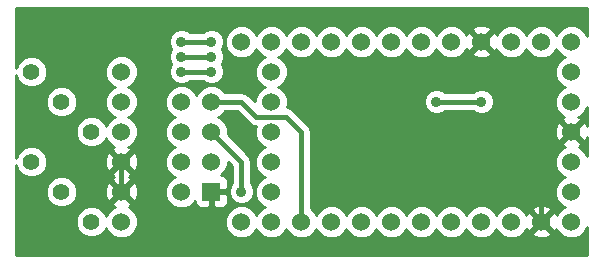
<source format=gbl>
G04 (created by PCBNEW (2013-jul-07)-stable) date wo 20 nov 2013 00:02:11 CET*
%MOIN*%
G04 Gerber Fmt 3.4, Leading zero omitted, Abs format*
%FSLAX34Y34*%
G01*
G70*
G90*
G04 APERTURE LIST*
%ADD10C,0.00393701*%
%ADD11C,0.055*%
%ADD12R,0.06X0.06*%
%ADD13C,0.06*%
%ADD14C,0.035*%
%ADD15C,0.015*%
%ADD16C,0.01*%
G04 APERTURE END LIST*
G54D10*
G54D11*
X9850Y-20450D03*
X9850Y-23450D03*
X10850Y-21450D03*
X10850Y-24450D03*
X11850Y-22450D03*
X11850Y-25450D03*
G54D12*
X15850Y-24450D03*
G54D13*
X14850Y-24450D03*
X15850Y-23450D03*
X14850Y-23450D03*
X15850Y-22450D03*
X14850Y-22450D03*
X15850Y-21450D03*
X14850Y-21450D03*
X12850Y-20450D03*
X12850Y-21450D03*
X12850Y-22450D03*
X12850Y-23450D03*
X12850Y-24450D03*
X12850Y-25450D03*
X17850Y-24450D03*
X17850Y-23450D03*
X17850Y-22450D03*
X17850Y-21450D03*
X17850Y-20450D03*
X27850Y-24450D03*
X27850Y-23450D03*
X27850Y-22450D03*
X27850Y-21450D03*
X27850Y-20450D03*
X16850Y-19450D03*
X17850Y-19450D03*
X18850Y-19450D03*
X19850Y-19450D03*
X20850Y-19450D03*
X21850Y-19450D03*
X22850Y-19450D03*
X23850Y-19450D03*
X24850Y-19450D03*
X25850Y-19450D03*
X26850Y-19450D03*
X27850Y-19450D03*
X16850Y-25450D03*
X17850Y-25450D03*
X18850Y-25450D03*
X19850Y-25450D03*
X20850Y-25450D03*
X21850Y-25450D03*
X22850Y-25450D03*
X23850Y-25450D03*
X24850Y-25450D03*
X25850Y-25450D03*
X26850Y-25450D03*
X27850Y-25450D03*
G54D14*
X24850Y-21450D03*
X23350Y-21450D03*
X16850Y-24450D03*
X14850Y-20450D03*
X15850Y-20450D03*
X14850Y-19950D03*
X15850Y-19950D03*
X14850Y-19450D03*
X15850Y-19450D03*
G54D15*
X23350Y-21450D02*
X24850Y-21450D01*
X15850Y-22450D02*
X16850Y-23450D01*
X16850Y-23450D02*
X16850Y-24450D01*
X15850Y-20450D02*
X14850Y-20450D01*
X15850Y-19950D02*
X14850Y-19950D01*
X15850Y-19450D02*
X14850Y-19450D01*
X26850Y-23450D02*
X26850Y-25450D01*
X27850Y-22450D02*
X26850Y-23450D01*
X27850Y-22450D02*
X24850Y-19450D01*
X12850Y-24450D02*
X14600Y-26200D01*
X14600Y-26200D02*
X16600Y-26200D01*
X26850Y-25450D02*
X26100Y-26200D01*
X26100Y-26200D02*
X16600Y-26200D01*
X16600Y-26200D02*
X15850Y-25450D01*
X15850Y-25450D02*
X15850Y-24450D01*
X12850Y-24450D02*
X12850Y-23450D01*
X15850Y-21450D02*
X16850Y-21450D01*
X18850Y-22450D02*
X18850Y-25450D01*
X18350Y-21950D02*
X18850Y-22450D01*
X17350Y-21950D02*
X18350Y-21950D01*
X16850Y-21450D02*
X17350Y-21950D01*
G54D10*
G36*
X28370Y-26570D02*
X27165Y-26570D01*
X27165Y-25835D01*
X26850Y-25520D01*
X26779Y-25591D01*
X26779Y-25450D01*
X26464Y-25134D01*
X26368Y-25162D01*
X26349Y-25217D01*
X26316Y-25138D01*
X26161Y-24984D01*
X25959Y-24900D01*
X25741Y-24899D01*
X25538Y-24983D01*
X25384Y-25138D01*
X25350Y-25219D01*
X25316Y-25138D01*
X25275Y-25097D01*
X25275Y-21365D01*
X25210Y-21209D01*
X25165Y-21164D01*
X25165Y-19835D01*
X24850Y-19520D01*
X24534Y-19835D01*
X24562Y-19931D01*
X24768Y-20004D01*
X24986Y-19993D01*
X25137Y-19931D01*
X25165Y-19835D01*
X25165Y-21164D01*
X25091Y-21089D01*
X24934Y-21025D01*
X24765Y-21024D01*
X24609Y-21089D01*
X24574Y-21125D01*
X23626Y-21125D01*
X23591Y-21089D01*
X23434Y-21025D01*
X23265Y-21024D01*
X23109Y-21089D01*
X22989Y-21208D01*
X22925Y-21365D01*
X22924Y-21534D01*
X22989Y-21690D01*
X23108Y-21810D01*
X23265Y-21874D01*
X23434Y-21875D01*
X23590Y-21810D01*
X23625Y-21775D01*
X24573Y-21775D01*
X24608Y-21810D01*
X24765Y-21874D01*
X24934Y-21875D01*
X25090Y-21810D01*
X25210Y-21691D01*
X25274Y-21534D01*
X25275Y-21365D01*
X25275Y-25097D01*
X25161Y-24984D01*
X24959Y-24900D01*
X24741Y-24899D01*
X24538Y-24983D01*
X24384Y-25138D01*
X24350Y-25219D01*
X24316Y-25138D01*
X24161Y-24984D01*
X23959Y-24900D01*
X23741Y-24899D01*
X23538Y-24983D01*
X23384Y-25138D01*
X23350Y-25219D01*
X23316Y-25138D01*
X23161Y-24984D01*
X22959Y-24900D01*
X22741Y-24899D01*
X22538Y-24983D01*
X22384Y-25138D01*
X22350Y-25219D01*
X22316Y-25138D01*
X22161Y-24984D01*
X21959Y-24900D01*
X21741Y-24899D01*
X21538Y-24983D01*
X21384Y-25138D01*
X21350Y-25219D01*
X21316Y-25138D01*
X21161Y-24984D01*
X20959Y-24900D01*
X20741Y-24899D01*
X20538Y-24983D01*
X20384Y-25138D01*
X20350Y-25219D01*
X20316Y-25138D01*
X20161Y-24984D01*
X19959Y-24900D01*
X19741Y-24899D01*
X19538Y-24983D01*
X19384Y-25138D01*
X19350Y-25219D01*
X19316Y-25138D01*
X19175Y-24997D01*
X19175Y-22450D01*
X19150Y-22325D01*
X19150Y-22325D01*
X19122Y-22283D01*
X19079Y-22220D01*
X19079Y-22220D01*
X18579Y-21720D01*
X18474Y-21649D01*
X18371Y-21629D01*
X18399Y-21559D01*
X18400Y-21341D01*
X18316Y-21138D01*
X18161Y-20984D01*
X18080Y-20950D01*
X18161Y-20916D01*
X18315Y-20761D01*
X18399Y-20559D01*
X18400Y-20341D01*
X18316Y-20138D01*
X18161Y-19984D01*
X18080Y-19950D01*
X18161Y-19916D01*
X18315Y-19761D01*
X18349Y-19680D01*
X18383Y-19761D01*
X18538Y-19915D01*
X18740Y-19999D01*
X18958Y-20000D01*
X19161Y-19916D01*
X19315Y-19761D01*
X19349Y-19680D01*
X19383Y-19761D01*
X19538Y-19915D01*
X19740Y-19999D01*
X19958Y-20000D01*
X20161Y-19916D01*
X20315Y-19761D01*
X20349Y-19680D01*
X20383Y-19761D01*
X20538Y-19915D01*
X20740Y-19999D01*
X20958Y-20000D01*
X21161Y-19916D01*
X21315Y-19761D01*
X21349Y-19680D01*
X21383Y-19761D01*
X21538Y-19915D01*
X21740Y-19999D01*
X21958Y-20000D01*
X22161Y-19916D01*
X22315Y-19761D01*
X22349Y-19680D01*
X22383Y-19761D01*
X22538Y-19915D01*
X22740Y-19999D01*
X22958Y-20000D01*
X23161Y-19916D01*
X23315Y-19761D01*
X23349Y-19680D01*
X23383Y-19761D01*
X23538Y-19915D01*
X23740Y-19999D01*
X23958Y-20000D01*
X24161Y-19916D01*
X24315Y-19761D01*
X24347Y-19686D01*
X24368Y-19737D01*
X24464Y-19765D01*
X24779Y-19450D01*
X24464Y-19134D01*
X24368Y-19162D01*
X24349Y-19217D01*
X24316Y-19138D01*
X24161Y-18984D01*
X23959Y-18900D01*
X23741Y-18899D01*
X23538Y-18983D01*
X23384Y-19138D01*
X23350Y-19219D01*
X23316Y-19138D01*
X23161Y-18984D01*
X22959Y-18900D01*
X22741Y-18899D01*
X22538Y-18983D01*
X22384Y-19138D01*
X22350Y-19219D01*
X22316Y-19138D01*
X22161Y-18984D01*
X21959Y-18900D01*
X21741Y-18899D01*
X21538Y-18983D01*
X21384Y-19138D01*
X21350Y-19219D01*
X21316Y-19138D01*
X21161Y-18984D01*
X20959Y-18900D01*
X20741Y-18899D01*
X20538Y-18983D01*
X20384Y-19138D01*
X20350Y-19219D01*
X20316Y-19138D01*
X20161Y-18984D01*
X19959Y-18900D01*
X19741Y-18899D01*
X19538Y-18983D01*
X19384Y-19138D01*
X19350Y-19219D01*
X19316Y-19138D01*
X19161Y-18984D01*
X18959Y-18900D01*
X18741Y-18899D01*
X18538Y-18983D01*
X18384Y-19138D01*
X18350Y-19219D01*
X18316Y-19138D01*
X18161Y-18984D01*
X17959Y-18900D01*
X17741Y-18899D01*
X17538Y-18983D01*
X17384Y-19138D01*
X17350Y-19219D01*
X17316Y-19138D01*
X17161Y-18984D01*
X16959Y-18900D01*
X16741Y-18899D01*
X16538Y-18983D01*
X16384Y-19138D01*
X16300Y-19340D01*
X16299Y-19558D01*
X16383Y-19761D01*
X16538Y-19915D01*
X16740Y-19999D01*
X16958Y-20000D01*
X17161Y-19916D01*
X17315Y-19761D01*
X17349Y-19680D01*
X17383Y-19761D01*
X17538Y-19915D01*
X17619Y-19949D01*
X17538Y-19983D01*
X17384Y-20138D01*
X17300Y-20340D01*
X17299Y-20558D01*
X17383Y-20761D01*
X17538Y-20915D01*
X17619Y-20949D01*
X17538Y-20983D01*
X17384Y-21138D01*
X17300Y-21340D01*
X17300Y-21440D01*
X17079Y-21220D01*
X16974Y-21149D01*
X16850Y-21125D01*
X16302Y-21125D01*
X16275Y-21097D01*
X16275Y-20365D01*
X16210Y-20209D01*
X16201Y-20200D01*
X16210Y-20191D01*
X16274Y-20034D01*
X16275Y-19865D01*
X16210Y-19709D01*
X16201Y-19700D01*
X16210Y-19691D01*
X16274Y-19534D01*
X16275Y-19365D01*
X16210Y-19209D01*
X16091Y-19089D01*
X15934Y-19025D01*
X15765Y-19024D01*
X15609Y-19089D01*
X15574Y-19125D01*
X15126Y-19125D01*
X15091Y-19089D01*
X14934Y-19025D01*
X14765Y-19024D01*
X14609Y-19089D01*
X14489Y-19208D01*
X14425Y-19365D01*
X14424Y-19534D01*
X14489Y-19690D01*
X14498Y-19699D01*
X14489Y-19708D01*
X14425Y-19865D01*
X14424Y-20034D01*
X14489Y-20190D01*
X14498Y-20199D01*
X14489Y-20208D01*
X14425Y-20365D01*
X14424Y-20534D01*
X14489Y-20690D01*
X14608Y-20810D01*
X14765Y-20874D01*
X14934Y-20875D01*
X15090Y-20810D01*
X15125Y-20775D01*
X15573Y-20775D01*
X15608Y-20810D01*
X15765Y-20874D01*
X15934Y-20875D01*
X16090Y-20810D01*
X16210Y-20691D01*
X16274Y-20534D01*
X16275Y-20365D01*
X16275Y-21097D01*
X16161Y-20984D01*
X15959Y-20900D01*
X15741Y-20899D01*
X15538Y-20983D01*
X15384Y-21138D01*
X15350Y-21219D01*
X15316Y-21138D01*
X15161Y-20984D01*
X14959Y-20900D01*
X14741Y-20899D01*
X14538Y-20983D01*
X14384Y-21138D01*
X14300Y-21340D01*
X14299Y-21558D01*
X14383Y-21761D01*
X14538Y-21915D01*
X14619Y-21949D01*
X14538Y-21983D01*
X14384Y-22138D01*
X14300Y-22340D01*
X14299Y-22558D01*
X14383Y-22761D01*
X14538Y-22915D01*
X14619Y-22949D01*
X14538Y-22983D01*
X14384Y-23138D01*
X14300Y-23340D01*
X14299Y-23558D01*
X14383Y-23761D01*
X14538Y-23915D01*
X14619Y-23949D01*
X14538Y-23983D01*
X14384Y-24138D01*
X14300Y-24340D01*
X14299Y-24558D01*
X14383Y-24761D01*
X14538Y-24915D01*
X14740Y-24999D01*
X14958Y-25000D01*
X15161Y-24916D01*
X15299Y-24777D01*
X15299Y-24799D01*
X15337Y-24891D01*
X15408Y-24961D01*
X15500Y-24999D01*
X15599Y-25000D01*
X15737Y-25000D01*
X15800Y-24937D01*
X15800Y-24500D01*
X15792Y-24500D01*
X15792Y-24400D01*
X15800Y-24400D01*
X15800Y-24392D01*
X15900Y-24392D01*
X15900Y-24400D01*
X16337Y-24400D01*
X16400Y-24337D01*
X16400Y-24100D01*
X16362Y-24008D01*
X16291Y-23938D01*
X16199Y-23900D01*
X16177Y-23900D01*
X16315Y-23761D01*
X16399Y-23559D01*
X16399Y-23459D01*
X16525Y-23584D01*
X16525Y-24173D01*
X16489Y-24208D01*
X16425Y-24365D01*
X16424Y-24534D01*
X16489Y-24690D01*
X16608Y-24810D01*
X16765Y-24874D01*
X16934Y-24875D01*
X17090Y-24810D01*
X17210Y-24691D01*
X17274Y-24534D01*
X17275Y-24365D01*
X17210Y-24209D01*
X17175Y-24174D01*
X17175Y-23450D01*
X17150Y-23325D01*
X17150Y-23325D01*
X17079Y-23220D01*
X17079Y-23220D01*
X16399Y-22540D01*
X16400Y-22341D01*
X16316Y-22138D01*
X16161Y-21984D01*
X16080Y-21950D01*
X16161Y-21916D01*
X16302Y-21775D01*
X16715Y-21775D01*
X17120Y-22179D01*
X17120Y-22179D01*
X17183Y-22222D01*
X17225Y-22250D01*
X17225Y-22250D01*
X17328Y-22270D01*
X17300Y-22340D01*
X17299Y-22558D01*
X17383Y-22761D01*
X17538Y-22915D01*
X17619Y-22949D01*
X17538Y-22983D01*
X17384Y-23138D01*
X17300Y-23340D01*
X17299Y-23558D01*
X17383Y-23761D01*
X17538Y-23915D01*
X17619Y-23949D01*
X17538Y-23983D01*
X17384Y-24138D01*
X17300Y-24340D01*
X17299Y-24558D01*
X17383Y-24761D01*
X17538Y-24915D01*
X17619Y-24949D01*
X17538Y-24983D01*
X17384Y-25138D01*
X17350Y-25219D01*
X17316Y-25138D01*
X17161Y-24984D01*
X16959Y-24900D01*
X16741Y-24899D01*
X16538Y-24983D01*
X16400Y-25122D01*
X16400Y-24799D01*
X16400Y-24562D01*
X16337Y-24500D01*
X15900Y-24500D01*
X15900Y-24937D01*
X15962Y-25000D01*
X16100Y-25000D01*
X16199Y-24999D01*
X16291Y-24961D01*
X16362Y-24891D01*
X16400Y-24799D01*
X16400Y-25122D01*
X16384Y-25138D01*
X16300Y-25340D01*
X16299Y-25558D01*
X16383Y-25761D01*
X16538Y-25915D01*
X16740Y-25999D01*
X16958Y-26000D01*
X17161Y-25916D01*
X17315Y-25761D01*
X17349Y-25680D01*
X17383Y-25761D01*
X17538Y-25915D01*
X17740Y-25999D01*
X17958Y-26000D01*
X18161Y-25916D01*
X18315Y-25761D01*
X18349Y-25680D01*
X18383Y-25761D01*
X18538Y-25915D01*
X18740Y-25999D01*
X18958Y-26000D01*
X19161Y-25916D01*
X19315Y-25761D01*
X19349Y-25680D01*
X19383Y-25761D01*
X19538Y-25915D01*
X19740Y-25999D01*
X19958Y-26000D01*
X20161Y-25916D01*
X20315Y-25761D01*
X20349Y-25680D01*
X20383Y-25761D01*
X20538Y-25915D01*
X20740Y-25999D01*
X20958Y-26000D01*
X21161Y-25916D01*
X21315Y-25761D01*
X21349Y-25680D01*
X21383Y-25761D01*
X21538Y-25915D01*
X21740Y-25999D01*
X21958Y-26000D01*
X22161Y-25916D01*
X22315Y-25761D01*
X22349Y-25680D01*
X22383Y-25761D01*
X22538Y-25915D01*
X22740Y-25999D01*
X22958Y-26000D01*
X23161Y-25916D01*
X23315Y-25761D01*
X23349Y-25680D01*
X23383Y-25761D01*
X23538Y-25915D01*
X23740Y-25999D01*
X23958Y-26000D01*
X24161Y-25916D01*
X24315Y-25761D01*
X24349Y-25680D01*
X24383Y-25761D01*
X24538Y-25915D01*
X24740Y-25999D01*
X24958Y-26000D01*
X25161Y-25916D01*
X25315Y-25761D01*
X25349Y-25680D01*
X25383Y-25761D01*
X25538Y-25915D01*
X25740Y-25999D01*
X25958Y-26000D01*
X26161Y-25916D01*
X26315Y-25761D01*
X26347Y-25686D01*
X26368Y-25737D01*
X26464Y-25765D01*
X26779Y-25450D01*
X26779Y-25591D01*
X26534Y-25835D01*
X26562Y-25931D01*
X26768Y-26004D01*
X26986Y-25993D01*
X27137Y-25931D01*
X27165Y-25835D01*
X27165Y-26570D01*
X13404Y-26570D01*
X13404Y-24531D01*
X13404Y-23531D01*
X13400Y-23438D01*
X13400Y-22341D01*
X13316Y-22138D01*
X13161Y-21984D01*
X13080Y-21950D01*
X13161Y-21916D01*
X13315Y-21761D01*
X13399Y-21559D01*
X13400Y-21341D01*
X13316Y-21138D01*
X13161Y-20984D01*
X13080Y-20950D01*
X13161Y-20916D01*
X13315Y-20761D01*
X13399Y-20559D01*
X13400Y-20341D01*
X13316Y-20138D01*
X13161Y-19984D01*
X12959Y-19900D01*
X12741Y-19899D01*
X12538Y-19983D01*
X12384Y-20138D01*
X12300Y-20340D01*
X12299Y-20558D01*
X12383Y-20761D01*
X12538Y-20915D01*
X12619Y-20949D01*
X12538Y-20983D01*
X12384Y-21138D01*
X12300Y-21340D01*
X12299Y-21558D01*
X12383Y-21761D01*
X12538Y-21915D01*
X12619Y-21949D01*
X12538Y-21983D01*
X12384Y-22138D01*
X12336Y-22252D01*
X12295Y-22153D01*
X12147Y-22005D01*
X11954Y-21925D01*
X11746Y-21924D01*
X11553Y-22004D01*
X11405Y-22152D01*
X11375Y-22224D01*
X11375Y-21346D01*
X11295Y-21153D01*
X11147Y-21005D01*
X10954Y-20925D01*
X10746Y-20924D01*
X10553Y-21004D01*
X10405Y-21152D01*
X10325Y-21345D01*
X10324Y-21553D01*
X10404Y-21747D01*
X10552Y-21894D01*
X10745Y-21974D01*
X10953Y-21975D01*
X11147Y-21895D01*
X11294Y-21747D01*
X11374Y-21554D01*
X11375Y-21346D01*
X11375Y-22224D01*
X11325Y-22345D01*
X11324Y-22553D01*
X11404Y-22747D01*
X11552Y-22894D01*
X11745Y-22974D01*
X11953Y-22975D01*
X12147Y-22895D01*
X12294Y-22747D01*
X12336Y-22647D01*
X12383Y-22761D01*
X12538Y-22915D01*
X12613Y-22947D01*
X12562Y-22968D01*
X12534Y-23064D01*
X12850Y-23379D01*
X13165Y-23064D01*
X13137Y-22968D01*
X13082Y-22949D01*
X13161Y-22916D01*
X13315Y-22761D01*
X13399Y-22559D01*
X13400Y-22341D01*
X13400Y-23438D01*
X13393Y-23313D01*
X13331Y-23162D01*
X13235Y-23134D01*
X12920Y-23450D01*
X13235Y-23765D01*
X13331Y-23737D01*
X13404Y-23531D01*
X13404Y-24531D01*
X13393Y-24313D01*
X13331Y-24162D01*
X13235Y-24134D01*
X13165Y-24205D01*
X13165Y-24064D01*
X13137Y-23968D01*
X13089Y-23951D01*
X13137Y-23931D01*
X13165Y-23835D01*
X12850Y-23520D01*
X12779Y-23591D01*
X12779Y-23450D01*
X12464Y-23134D01*
X12368Y-23162D01*
X12295Y-23368D01*
X12306Y-23586D01*
X12368Y-23737D01*
X12464Y-23765D01*
X12779Y-23450D01*
X12779Y-23591D01*
X12534Y-23835D01*
X12562Y-23931D01*
X12610Y-23948D01*
X12562Y-23968D01*
X12534Y-24064D01*
X12850Y-24379D01*
X13165Y-24064D01*
X13165Y-24205D01*
X12920Y-24450D01*
X13235Y-24765D01*
X13331Y-24737D01*
X13404Y-24531D01*
X13404Y-26570D01*
X13400Y-26570D01*
X13400Y-25341D01*
X13316Y-25138D01*
X13161Y-24984D01*
X13086Y-24952D01*
X13137Y-24931D01*
X13165Y-24835D01*
X12850Y-24520D01*
X12779Y-24591D01*
X12779Y-24450D01*
X12464Y-24134D01*
X12368Y-24162D01*
X12295Y-24368D01*
X12306Y-24586D01*
X12368Y-24737D01*
X12464Y-24765D01*
X12779Y-24450D01*
X12779Y-24591D01*
X12534Y-24835D01*
X12562Y-24931D01*
X12617Y-24950D01*
X12538Y-24983D01*
X12384Y-25138D01*
X12336Y-25252D01*
X12295Y-25153D01*
X12147Y-25005D01*
X11954Y-24925D01*
X11746Y-24924D01*
X11553Y-25004D01*
X11405Y-25152D01*
X11375Y-25224D01*
X11375Y-24346D01*
X11295Y-24153D01*
X11147Y-24005D01*
X10954Y-23925D01*
X10746Y-23924D01*
X10553Y-24004D01*
X10405Y-24152D01*
X10325Y-24345D01*
X10324Y-24553D01*
X10404Y-24747D01*
X10552Y-24894D01*
X10745Y-24974D01*
X10953Y-24975D01*
X11147Y-24895D01*
X11294Y-24747D01*
X11374Y-24554D01*
X11375Y-24346D01*
X11375Y-25224D01*
X11325Y-25345D01*
X11324Y-25553D01*
X11404Y-25747D01*
X11552Y-25894D01*
X11745Y-25974D01*
X11953Y-25975D01*
X12147Y-25895D01*
X12294Y-25747D01*
X12336Y-25647D01*
X12383Y-25761D01*
X12538Y-25915D01*
X12740Y-25999D01*
X12958Y-26000D01*
X13161Y-25916D01*
X13315Y-25761D01*
X13399Y-25559D01*
X13400Y-25341D01*
X13400Y-26570D01*
X9329Y-26570D01*
X9329Y-23565D01*
X9404Y-23747D01*
X9552Y-23894D01*
X9745Y-23974D01*
X9953Y-23975D01*
X10147Y-23895D01*
X10294Y-23747D01*
X10374Y-23554D01*
X10375Y-23346D01*
X10295Y-23153D01*
X10147Y-23005D01*
X9954Y-22925D01*
X9746Y-22924D01*
X9553Y-23004D01*
X9405Y-23152D01*
X9329Y-23334D01*
X9329Y-20565D01*
X9404Y-20747D01*
X9552Y-20894D01*
X9745Y-20974D01*
X9953Y-20975D01*
X10147Y-20895D01*
X10294Y-20747D01*
X10374Y-20554D01*
X10375Y-20346D01*
X10295Y-20153D01*
X10147Y-20005D01*
X9954Y-19925D01*
X9746Y-19924D01*
X9553Y-20004D01*
X9405Y-20152D01*
X9329Y-20334D01*
X9329Y-18329D01*
X28370Y-18329D01*
X28370Y-19269D01*
X28316Y-19138D01*
X28161Y-18984D01*
X27959Y-18900D01*
X27741Y-18899D01*
X27538Y-18983D01*
X27384Y-19138D01*
X27350Y-19219D01*
X27316Y-19138D01*
X27161Y-18984D01*
X26959Y-18900D01*
X26741Y-18899D01*
X26538Y-18983D01*
X26384Y-19138D01*
X26350Y-19219D01*
X26316Y-19138D01*
X26161Y-18984D01*
X25959Y-18900D01*
X25741Y-18899D01*
X25538Y-18983D01*
X25384Y-19138D01*
X25352Y-19213D01*
X25331Y-19162D01*
X25235Y-19134D01*
X25165Y-19205D01*
X25165Y-19064D01*
X25137Y-18968D01*
X24931Y-18895D01*
X24713Y-18906D01*
X24562Y-18968D01*
X24534Y-19064D01*
X24850Y-19379D01*
X25165Y-19064D01*
X25165Y-19205D01*
X24920Y-19450D01*
X25235Y-19765D01*
X25331Y-19737D01*
X25350Y-19682D01*
X25383Y-19761D01*
X25538Y-19915D01*
X25740Y-19999D01*
X25958Y-20000D01*
X26161Y-19916D01*
X26315Y-19761D01*
X26349Y-19680D01*
X26383Y-19761D01*
X26538Y-19915D01*
X26740Y-19999D01*
X26958Y-20000D01*
X27161Y-19916D01*
X27315Y-19761D01*
X27349Y-19680D01*
X27383Y-19761D01*
X27538Y-19915D01*
X27619Y-19949D01*
X27538Y-19983D01*
X27384Y-20138D01*
X27300Y-20340D01*
X27299Y-20558D01*
X27383Y-20761D01*
X27538Y-20915D01*
X27619Y-20949D01*
X27538Y-20983D01*
X27384Y-21138D01*
X27300Y-21340D01*
X27299Y-21558D01*
X27383Y-21761D01*
X27538Y-21915D01*
X27613Y-21947D01*
X27562Y-21968D01*
X27534Y-22064D01*
X27850Y-22379D01*
X28165Y-22064D01*
X28137Y-21968D01*
X28082Y-21949D01*
X28161Y-21916D01*
X28315Y-21761D01*
X28370Y-21630D01*
X28370Y-22256D01*
X28331Y-22162D01*
X28235Y-22134D01*
X27920Y-22450D01*
X28235Y-22765D01*
X28331Y-22737D01*
X28370Y-22627D01*
X28370Y-23269D01*
X28316Y-23138D01*
X28161Y-22984D01*
X28086Y-22952D01*
X28137Y-22931D01*
X28165Y-22835D01*
X27850Y-22520D01*
X27779Y-22591D01*
X27779Y-22450D01*
X27464Y-22134D01*
X27368Y-22162D01*
X27295Y-22368D01*
X27306Y-22586D01*
X27368Y-22737D01*
X27464Y-22765D01*
X27779Y-22450D01*
X27779Y-22591D01*
X27534Y-22835D01*
X27562Y-22931D01*
X27617Y-22950D01*
X27538Y-22983D01*
X27384Y-23138D01*
X27300Y-23340D01*
X27299Y-23558D01*
X27383Y-23761D01*
X27538Y-23915D01*
X27619Y-23949D01*
X27538Y-23983D01*
X27384Y-24138D01*
X27300Y-24340D01*
X27299Y-24558D01*
X27383Y-24761D01*
X27538Y-24915D01*
X27619Y-24949D01*
X27538Y-24983D01*
X27384Y-25138D01*
X27352Y-25213D01*
X27331Y-25162D01*
X27235Y-25134D01*
X27165Y-25205D01*
X27165Y-25064D01*
X27137Y-24968D01*
X26931Y-24895D01*
X26713Y-24906D01*
X26562Y-24968D01*
X26534Y-25064D01*
X26850Y-25379D01*
X27165Y-25064D01*
X27165Y-25205D01*
X26920Y-25450D01*
X27235Y-25765D01*
X27331Y-25737D01*
X27350Y-25682D01*
X27383Y-25761D01*
X27538Y-25915D01*
X27740Y-25999D01*
X27958Y-26000D01*
X28161Y-25916D01*
X28315Y-25761D01*
X28370Y-25630D01*
X28370Y-26570D01*
X28370Y-26570D01*
G37*
G54D16*
X28370Y-26570D02*
X27165Y-26570D01*
X27165Y-25835D01*
X26850Y-25520D01*
X26779Y-25591D01*
X26779Y-25450D01*
X26464Y-25134D01*
X26368Y-25162D01*
X26349Y-25217D01*
X26316Y-25138D01*
X26161Y-24984D01*
X25959Y-24900D01*
X25741Y-24899D01*
X25538Y-24983D01*
X25384Y-25138D01*
X25350Y-25219D01*
X25316Y-25138D01*
X25275Y-25097D01*
X25275Y-21365D01*
X25210Y-21209D01*
X25165Y-21164D01*
X25165Y-19835D01*
X24850Y-19520D01*
X24534Y-19835D01*
X24562Y-19931D01*
X24768Y-20004D01*
X24986Y-19993D01*
X25137Y-19931D01*
X25165Y-19835D01*
X25165Y-21164D01*
X25091Y-21089D01*
X24934Y-21025D01*
X24765Y-21024D01*
X24609Y-21089D01*
X24574Y-21125D01*
X23626Y-21125D01*
X23591Y-21089D01*
X23434Y-21025D01*
X23265Y-21024D01*
X23109Y-21089D01*
X22989Y-21208D01*
X22925Y-21365D01*
X22924Y-21534D01*
X22989Y-21690D01*
X23108Y-21810D01*
X23265Y-21874D01*
X23434Y-21875D01*
X23590Y-21810D01*
X23625Y-21775D01*
X24573Y-21775D01*
X24608Y-21810D01*
X24765Y-21874D01*
X24934Y-21875D01*
X25090Y-21810D01*
X25210Y-21691D01*
X25274Y-21534D01*
X25275Y-21365D01*
X25275Y-25097D01*
X25161Y-24984D01*
X24959Y-24900D01*
X24741Y-24899D01*
X24538Y-24983D01*
X24384Y-25138D01*
X24350Y-25219D01*
X24316Y-25138D01*
X24161Y-24984D01*
X23959Y-24900D01*
X23741Y-24899D01*
X23538Y-24983D01*
X23384Y-25138D01*
X23350Y-25219D01*
X23316Y-25138D01*
X23161Y-24984D01*
X22959Y-24900D01*
X22741Y-24899D01*
X22538Y-24983D01*
X22384Y-25138D01*
X22350Y-25219D01*
X22316Y-25138D01*
X22161Y-24984D01*
X21959Y-24900D01*
X21741Y-24899D01*
X21538Y-24983D01*
X21384Y-25138D01*
X21350Y-25219D01*
X21316Y-25138D01*
X21161Y-24984D01*
X20959Y-24900D01*
X20741Y-24899D01*
X20538Y-24983D01*
X20384Y-25138D01*
X20350Y-25219D01*
X20316Y-25138D01*
X20161Y-24984D01*
X19959Y-24900D01*
X19741Y-24899D01*
X19538Y-24983D01*
X19384Y-25138D01*
X19350Y-25219D01*
X19316Y-25138D01*
X19175Y-24997D01*
X19175Y-22450D01*
X19150Y-22325D01*
X19150Y-22325D01*
X19122Y-22283D01*
X19079Y-22220D01*
X19079Y-22220D01*
X18579Y-21720D01*
X18474Y-21649D01*
X18371Y-21629D01*
X18399Y-21559D01*
X18400Y-21341D01*
X18316Y-21138D01*
X18161Y-20984D01*
X18080Y-20950D01*
X18161Y-20916D01*
X18315Y-20761D01*
X18399Y-20559D01*
X18400Y-20341D01*
X18316Y-20138D01*
X18161Y-19984D01*
X18080Y-19950D01*
X18161Y-19916D01*
X18315Y-19761D01*
X18349Y-19680D01*
X18383Y-19761D01*
X18538Y-19915D01*
X18740Y-19999D01*
X18958Y-20000D01*
X19161Y-19916D01*
X19315Y-19761D01*
X19349Y-19680D01*
X19383Y-19761D01*
X19538Y-19915D01*
X19740Y-19999D01*
X19958Y-20000D01*
X20161Y-19916D01*
X20315Y-19761D01*
X20349Y-19680D01*
X20383Y-19761D01*
X20538Y-19915D01*
X20740Y-19999D01*
X20958Y-20000D01*
X21161Y-19916D01*
X21315Y-19761D01*
X21349Y-19680D01*
X21383Y-19761D01*
X21538Y-19915D01*
X21740Y-19999D01*
X21958Y-20000D01*
X22161Y-19916D01*
X22315Y-19761D01*
X22349Y-19680D01*
X22383Y-19761D01*
X22538Y-19915D01*
X22740Y-19999D01*
X22958Y-20000D01*
X23161Y-19916D01*
X23315Y-19761D01*
X23349Y-19680D01*
X23383Y-19761D01*
X23538Y-19915D01*
X23740Y-19999D01*
X23958Y-20000D01*
X24161Y-19916D01*
X24315Y-19761D01*
X24347Y-19686D01*
X24368Y-19737D01*
X24464Y-19765D01*
X24779Y-19450D01*
X24464Y-19134D01*
X24368Y-19162D01*
X24349Y-19217D01*
X24316Y-19138D01*
X24161Y-18984D01*
X23959Y-18900D01*
X23741Y-18899D01*
X23538Y-18983D01*
X23384Y-19138D01*
X23350Y-19219D01*
X23316Y-19138D01*
X23161Y-18984D01*
X22959Y-18900D01*
X22741Y-18899D01*
X22538Y-18983D01*
X22384Y-19138D01*
X22350Y-19219D01*
X22316Y-19138D01*
X22161Y-18984D01*
X21959Y-18900D01*
X21741Y-18899D01*
X21538Y-18983D01*
X21384Y-19138D01*
X21350Y-19219D01*
X21316Y-19138D01*
X21161Y-18984D01*
X20959Y-18900D01*
X20741Y-18899D01*
X20538Y-18983D01*
X20384Y-19138D01*
X20350Y-19219D01*
X20316Y-19138D01*
X20161Y-18984D01*
X19959Y-18900D01*
X19741Y-18899D01*
X19538Y-18983D01*
X19384Y-19138D01*
X19350Y-19219D01*
X19316Y-19138D01*
X19161Y-18984D01*
X18959Y-18900D01*
X18741Y-18899D01*
X18538Y-18983D01*
X18384Y-19138D01*
X18350Y-19219D01*
X18316Y-19138D01*
X18161Y-18984D01*
X17959Y-18900D01*
X17741Y-18899D01*
X17538Y-18983D01*
X17384Y-19138D01*
X17350Y-19219D01*
X17316Y-19138D01*
X17161Y-18984D01*
X16959Y-18900D01*
X16741Y-18899D01*
X16538Y-18983D01*
X16384Y-19138D01*
X16300Y-19340D01*
X16299Y-19558D01*
X16383Y-19761D01*
X16538Y-19915D01*
X16740Y-19999D01*
X16958Y-20000D01*
X17161Y-19916D01*
X17315Y-19761D01*
X17349Y-19680D01*
X17383Y-19761D01*
X17538Y-19915D01*
X17619Y-19949D01*
X17538Y-19983D01*
X17384Y-20138D01*
X17300Y-20340D01*
X17299Y-20558D01*
X17383Y-20761D01*
X17538Y-20915D01*
X17619Y-20949D01*
X17538Y-20983D01*
X17384Y-21138D01*
X17300Y-21340D01*
X17300Y-21440D01*
X17079Y-21220D01*
X16974Y-21149D01*
X16850Y-21125D01*
X16302Y-21125D01*
X16275Y-21097D01*
X16275Y-20365D01*
X16210Y-20209D01*
X16201Y-20200D01*
X16210Y-20191D01*
X16274Y-20034D01*
X16275Y-19865D01*
X16210Y-19709D01*
X16201Y-19700D01*
X16210Y-19691D01*
X16274Y-19534D01*
X16275Y-19365D01*
X16210Y-19209D01*
X16091Y-19089D01*
X15934Y-19025D01*
X15765Y-19024D01*
X15609Y-19089D01*
X15574Y-19125D01*
X15126Y-19125D01*
X15091Y-19089D01*
X14934Y-19025D01*
X14765Y-19024D01*
X14609Y-19089D01*
X14489Y-19208D01*
X14425Y-19365D01*
X14424Y-19534D01*
X14489Y-19690D01*
X14498Y-19699D01*
X14489Y-19708D01*
X14425Y-19865D01*
X14424Y-20034D01*
X14489Y-20190D01*
X14498Y-20199D01*
X14489Y-20208D01*
X14425Y-20365D01*
X14424Y-20534D01*
X14489Y-20690D01*
X14608Y-20810D01*
X14765Y-20874D01*
X14934Y-20875D01*
X15090Y-20810D01*
X15125Y-20775D01*
X15573Y-20775D01*
X15608Y-20810D01*
X15765Y-20874D01*
X15934Y-20875D01*
X16090Y-20810D01*
X16210Y-20691D01*
X16274Y-20534D01*
X16275Y-20365D01*
X16275Y-21097D01*
X16161Y-20984D01*
X15959Y-20900D01*
X15741Y-20899D01*
X15538Y-20983D01*
X15384Y-21138D01*
X15350Y-21219D01*
X15316Y-21138D01*
X15161Y-20984D01*
X14959Y-20900D01*
X14741Y-20899D01*
X14538Y-20983D01*
X14384Y-21138D01*
X14300Y-21340D01*
X14299Y-21558D01*
X14383Y-21761D01*
X14538Y-21915D01*
X14619Y-21949D01*
X14538Y-21983D01*
X14384Y-22138D01*
X14300Y-22340D01*
X14299Y-22558D01*
X14383Y-22761D01*
X14538Y-22915D01*
X14619Y-22949D01*
X14538Y-22983D01*
X14384Y-23138D01*
X14300Y-23340D01*
X14299Y-23558D01*
X14383Y-23761D01*
X14538Y-23915D01*
X14619Y-23949D01*
X14538Y-23983D01*
X14384Y-24138D01*
X14300Y-24340D01*
X14299Y-24558D01*
X14383Y-24761D01*
X14538Y-24915D01*
X14740Y-24999D01*
X14958Y-25000D01*
X15161Y-24916D01*
X15299Y-24777D01*
X15299Y-24799D01*
X15337Y-24891D01*
X15408Y-24961D01*
X15500Y-24999D01*
X15599Y-25000D01*
X15737Y-25000D01*
X15800Y-24937D01*
X15800Y-24500D01*
X15792Y-24500D01*
X15792Y-24400D01*
X15800Y-24400D01*
X15800Y-24392D01*
X15900Y-24392D01*
X15900Y-24400D01*
X16337Y-24400D01*
X16400Y-24337D01*
X16400Y-24100D01*
X16362Y-24008D01*
X16291Y-23938D01*
X16199Y-23900D01*
X16177Y-23900D01*
X16315Y-23761D01*
X16399Y-23559D01*
X16399Y-23459D01*
X16525Y-23584D01*
X16525Y-24173D01*
X16489Y-24208D01*
X16425Y-24365D01*
X16424Y-24534D01*
X16489Y-24690D01*
X16608Y-24810D01*
X16765Y-24874D01*
X16934Y-24875D01*
X17090Y-24810D01*
X17210Y-24691D01*
X17274Y-24534D01*
X17275Y-24365D01*
X17210Y-24209D01*
X17175Y-24174D01*
X17175Y-23450D01*
X17150Y-23325D01*
X17150Y-23325D01*
X17079Y-23220D01*
X17079Y-23220D01*
X16399Y-22540D01*
X16400Y-22341D01*
X16316Y-22138D01*
X16161Y-21984D01*
X16080Y-21950D01*
X16161Y-21916D01*
X16302Y-21775D01*
X16715Y-21775D01*
X17120Y-22179D01*
X17120Y-22179D01*
X17183Y-22222D01*
X17225Y-22250D01*
X17225Y-22250D01*
X17328Y-22270D01*
X17300Y-22340D01*
X17299Y-22558D01*
X17383Y-22761D01*
X17538Y-22915D01*
X17619Y-22949D01*
X17538Y-22983D01*
X17384Y-23138D01*
X17300Y-23340D01*
X17299Y-23558D01*
X17383Y-23761D01*
X17538Y-23915D01*
X17619Y-23949D01*
X17538Y-23983D01*
X17384Y-24138D01*
X17300Y-24340D01*
X17299Y-24558D01*
X17383Y-24761D01*
X17538Y-24915D01*
X17619Y-24949D01*
X17538Y-24983D01*
X17384Y-25138D01*
X17350Y-25219D01*
X17316Y-25138D01*
X17161Y-24984D01*
X16959Y-24900D01*
X16741Y-24899D01*
X16538Y-24983D01*
X16400Y-25122D01*
X16400Y-24799D01*
X16400Y-24562D01*
X16337Y-24500D01*
X15900Y-24500D01*
X15900Y-24937D01*
X15962Y-25000D01*
X16100Y-25000D01*
X16199Y-24999D01*
X16291Y-24961D01*
X16362Y-24891D01*
X16400Y-24799D01*
X16400Y-25122D01*
X16384Y-25138D01*
X16300Y-25340D01*
X16299Y-25558D01*
X16383Y-25761D01*
X16538Y-25915D01*
X16740Y-25999D01*
X16958Y-26000D01*
X17161Y-25916D01*
X17315Y-25761D01*
X17349Y-25680D01*
X17383Y-25761D01*
X17538Y-25915D01*
X17740Y-25999D01*
X17958Y-26000D01*
X18161Y-25916D01*
X18315Y-25761D01*
X18349Y-25680D01*
X18383Y-25761D01*
X18538Y-25915D01*
X18740Y-25999D01*
X18958Y-26000D01*
X19161Y-25916D01*
X19315Y-25761D01*
X19349Y-25680D01*
X19383Y-25761D01*
X19538Y-25915D01*
X19740Y-25999D01*
X19958Y-26000D01*
X20161Y-25916D01*
X20315Y-25761D01*
X20349Y-25680D01*
X20383Y-25761D01*
X20538Y-25915D01*
X20740Y-25999D01*
X20958Y-26000D01*
X21161Y-25916D01*
X21315Y-25761D01*
X21349Y-25680D01*
X21383Y-25761D01*
X21538Y-25915D01*
X21740Y-25999D01*
X21958Y-26000D01*
X22161Y-25916D01*
X22315Y-25761D01*
X22349Y-25680D01*
X22383Y-25761D01*
X22538Y-25915D01*
X22740Y-25999D01*
X22958Y-26000D01*
X23161Y-25916D01*
X23315Y-25761D01*
X23349Y-25680D01*
X23383Y-25761D01*
X23538Y-25915D01*
X23740Y-25999D01*
X23958Y-26000D01*
X24161Y-25916D01*
X24315Y-25761D01*
X24349Y-25680D01*
X24383Y-25761D01*
X24538Y-25915D01*
X24740Y-25999D01*
X24958Y-26000D01*
X25161Y-25916D01*
X25315Y-25761D01*
X25349Y-25680D01*
X25383Y-25761D01*
X25538Y-25915D01*
X25740Y-25999D01*
X25958Y-26000D01*
X26161Y-25916D01*
X26315Y-25761D01*
X26347Y-25686D01*
X26368Y-25737D01*
X26464Y-25765D01*
X26779Y-25450D01*
X26779Y-25591D01*
X26534Y-25835D01*
X26562Y-25931D01*
X26768Y-26004D01*
X26986Y-25993D01*
X27137Y-25931D01*
X27165Y-25835D01*
X27165Y-26570D01*
X13404Y-26570D01*
X13404Y-24531D01*
X13404Y-23531D01*
X13400Y-23438D01*
X13400Y-22341D01*
X13316Y-22138D01*
X13161Y-21984D01*
X13080Y-21950D01*
X13161Y-21916D01*
X13315Y-21761D01*
X13399Y-21559D01*
X13400Y-21341D01*
X13316Y-21138D01*
X13161Y-20984D01*
X13080Y-20950D01*
X13161Y-20916D01*
X13315Y-20761D01*
X13399Y-20559D01*
X13400Y-20341D01*
X13316Y-20138D01*
X13161Y-19984D01*
X12959Y-19900D01*
X12741Y-19899D01*
X12538Y-19983D01*
X12384Y-20138D01*
X12300Y-20340D01*
X12299Y-20558D01*
X12383Y-20761D01*
X12538Y-20915D01*
X12619Y-20949D01*
X12538Y-20983D01*
X12384Y-21138D01*
X12300Y-21340D01*
X12299Y-21558D01*
X12383Y-21761D01*
X12538Y-21915D01*
X12619Y-21949D01*
X12538Y-21983D01*
X12384Y-22138D01*
X12336Y-22252D01*
X12295Y-22153D01*
X12147Y-22005D01*
X11954Y-21925D01*
X11746Y-21924D01*
X11553Y-22004D01*
X11405Y-22152D01*
X11375Y-22224D01*
X11375Y-21346D01*
X11295Y-21153D01*
X11147Y-21005D01*
X10954Y-20925D01*
X10746Y-20924D01*
X10553Y-21004D01*
X10405Y-21152D01*
X10325Y-21345D01*
X10324Y-21553D01*
X10404Y-21747D01*
X10552Y-21894D01*
X10745Y-21974D01*
X10953Y-21975D01*
X11147Y-21895D01*
X11294Y-21747D01*
X11374Y-21554D01*
X11375Y-21346D01*
X11375Y-22224D01*
X11325Y-22345D01*
X11324Y-22553D01*
X11404Y-22747D01*
X11552Y-22894D01*
X11745Y-22974D01*
X11953Y-22975D01*
X12147Y-22895D01*
X12294Y-22747D01*
X12336Y-22647D01*
X12383Y-22761D01*
X12538Y-22915D01*
X12613Y-22947D01*
X12562Y-22968D01*
X12534Y-23064D01*
X12850Y-23379D01*
X13165Y-23064D01*
X13137Y-22968D01*
X13082Y-22949D01*
X13161Y-22916D01*
X13315Y-22761D01*
X13399Y-22559D01*
X13400Y-22341D01*
X13400Y-23438D01*
X13393Y-23313D01*
X13331Y-23162D01*
X13235Y-23134D01*
X12920Y-23450D01*
X13235Y-23765D01*
X13331Y-23737D01*
X13404Y-23531D01*
X13404Y-24531D01*
X13393Y-24313D01*
X13331Y-24162D01*
X13235Y-24134D01*
X13165Y-24205D01*
X13165Y-24064D01*
X13137Y-23968D01*
X13089Y-23951D01*
X13137Y-23931D01*
X13165Y-23835D01*
X12850Y-23520D01*
X12779Y-23591D01*
X12779Y-23450D01*
X12464Y-23134D01*
X12368Y-23162D01*
X12295Y-23368D01*
X12306Y-23586D01*
X12368Y-23737D01*
X12464Y-23765D01*
X12779Y-23450D01*
X12779Y-23591D01*
X12534Y-23835D01*
X12562Y-23931D01*
X12610Y-23948D01*
X12562Y-23968D01*
X12534Y-24064D01*
X12850Y-24379D01*
X13165Y-24064D01*
X13165Y-24205D01*
X12920Y-24450D01*
X13235Y-24765D01*
X13331Y-24737D01*
X13404Y-24531D01*
X13404Y-26570D01*
X13400Y-26570D01*
X13400Y-25341D01*
X13316Y-25138D01*
X13161Y-24984D01*
X13086Y-24952D01*
X13137Y-24931D01*
X13165Y-24835D01*
X12850Y-24520D01*
X12779Y-24591D01*
X12779Y-24450D01*
X12464Y-24134D01*
X12368Y-24162D01*
X12295Y-24368D01*
X12306Y-24586D01*
X12368Y-24737D01*
X12464Y-24765D01*
X12779Y-24450D01*
X12779Y-24591D01*
X12534Y-24835D01*
X12562Y-24931D01*
X12617Y-24950D01*
X12538Y-24983D01*
X12384Y-25138D01*
X12336Y-25252D01*
X12295Y-25153D01*
X12147Y-25005D01*
X11954Y-24925D01*
X11746Y-24924D01*
X11553Y-25004D01*
X11405Y-25152D01*
X11375Y-25224D01*
X11375Y-24346D01*
X11295Y-24153D01*
X11147Y-24005D01*
X10954Y-23925D01*
X10746Y-23924D01*
X10553Y-24004D01*
X10405Y-24152D01*
X10325Y-24345D01*
X10324Y-24553D01*
X10404Y-24747D01*
X10552Y-24894D01*
X10745Y-24974D01*
X10953Y-24975D01*
X11147Y-24895D01*
X11294Y-24747D01*
X11374Y-24554D01*
X11375Y-24346D01*
X11375Y-25224D01*
X11325Y-25345D01*
X11324Y-25553D01*
X11404Y-25747D01*
X11552Y-25894D01*
X11745Y-25974D01*
X11953Y-25975D01*
X12147Y-25895D01*
X12294Y-25747D01*
X12336Y-25647D01*
X12383Y-25761D01*
X12538Y-25915D01*
X12740Y-25999D01*
X12958Y-26000D01*
X13161Y-25916D01*
X13315Y-25761D01*
X13399Y-25559D01*
X13400Y-25341D01*
X13400Y-26570D01*
X9329Y-26570D01*
X9329Y-23565D01*
X9404Y-23747D01*
X9552Y-23894D01*
X9745Y-23974D01*
X9953Y-23975D01*
X10147Y-23895D01*
X10294Y-23747D01*
X10374Y-23554D01*
X10375Y-23346D01*
X10295Y-23153D01*
X10147Y-23005D01*
X9954Y-22925D01*
X9746Y-22924D01*
X9553Y-23004D01*
X9405Y-23152D01*
X9329Y-23334D01*
X9329Y-20565D01*
X9404Y-20747D01*
X9552Y-20894D01*
X9745Y-20974D01*
X9953Y-20975D01*
X10147Y-20895D01*
X10294Y-20747D01*
X10374Y-20554D01*
X10375Y-20346D01*
X10295Y-20153D01*
X10147Y-20005D01*
X9954Y-19925D01*
X9746Y-19924D01*
X9553Y-20004D01*
X9405Y-20152D01*
X9329Y-20334D01*
X9329Y-18329D01*
X28370Y-18329D01*
X28370Y-19269D01*
X28316Y-19138D01*
X28161Y-18984D01*
X27959Y-18900D01*
X27741Y-18899D01*
X27538Y-18983D01*
X27384Y-19138D01*
X27350Y-19219D01*
X27316Y-19138D01*
X27161Y-18984D01*
X26959Y-18900D01*
X26741Y-18899D01*
X26538Y-18983D01*
X26384Y-19138D01*
X26350Y-19219D01*
X26316Y-19138D01*
X26161Y-18984D01*
X25959Y-18900D01*
X25741Y-18899D01*
X25538Y-18983D01*
X25384Y-19138D01*
X25352Y-19213D01*
X25331Y-19162D01*
X25235Y-19134D01*
X25165Y-19205D01*
X25165Y-19064D01*
X25137Y-18968D01*
X24931Y-18895D01*
X24713Y-18906D01*
X24562Y-18968D01*
X24534Y-19064D01*
X24850Y-19379D01*
X25165Y-19064D01*
X25165Y-19205D01*
X24920Y-19450D01*
X25235Y-19765D01*
X25331Y-19737D01*
X25350Y-19682D01*
X25383Y-19761D01*
X25538Y-19915D01*
X25740Y-19999D01*
X25958Y-20000D01*
X26161Y-19916D01*
X26315Y-19761D01*
X26349Y-19680D01*
X26383Y-19761D01*
X26538Y-19915D01*
X26740Y-19999D01*
X26958Y-20000D01*
X27161Y-19916D01*
X27315Y-19761D01*
X27349Y-19680D01*
X27383Y-19761D01*
X27538Y-19915D01*
X27619Y-19949D01*
X27538Y-19983D01*
X27384Y-20138D01*
X27300Y-20340D01*
X27299Y-20558D01*
X27383Y-20761D01*
X27538Y-20915D01*
X27619Y-20949D01*
X27538Y-20983D01*
X27384Y-21138D01*
X27300Y-21340D01*
X27299Y-21558D01*
X27383Y-21761D01*
X27538Y-21915D01*
X27613Y-21947D01*
X27562Y-21968D01*
X27534Y-22064D01*
X27850Y-22379D01*
X28165Y-22064D01*
X28137Y-21968D01*
X28082Y-21949D01*
X28161Y-21916D01*
X28315Y-21761D01*
X28370Y-21630D01*
X28370Y-22256D01*
X28331Y-22162D01*
X28235Y-22134D01*
X27920Y-22450D01*
X28235Y-22765D01*
X28331Y-22737D01*
X28370Y-22627D01*
X28370Y-23269D01*
X28316Y-23138D01*
X28161Y-22984D01*
X28086Y-22952D01*
X28137Y-22931D01*
X28165Y-22835D01*
X27850Y-22520D01*
X27779Y-22591D01*
X27779Y-22450D01*
X27464Y-22134D01*
X27368Y-22162D01*
X27295Y-22368D01*
X27306Y-22586D01*
X27368Y-22737D01*
X27464Y-22765D01*
X27779Y-22450D01*
X27779Y-22591D01*
X27534Y-22835D01*
X27562Y-22931D01*
X27617Y-22950D01*
X27538Y-22983D01*
X27384Y-23138D01*
X27300Y-23340D01*
X27299Y-23558D01*
X27383Y-23761D01*
X27538Y-23915D01*
X27619Y-23949D01*
X27538Y-23983D01*
X27384Y-24138D01*
X27300Y-24340D01*
X27299Y-24558D01*
X27383Y-24761D01*
X27538Y-24915D01*
X27619Y-24949D01*
X27538Y-24983D01*
X27384Y-25138D01*
X27352Y-25213D01*
X27331Y-25162D01*
X27235Y-25134D01*
X27165Y-25205D01*
X27165Y-25064D01*
X27137Y-24968D01*
X26931Y-24895D01*
X26713Y-24906D01*
X26562Y-24968D01*
X26534Y-25064D01*
X26850Y-25379D01*
X27165Y-25064D01*
X27165Y-25205D01*
X26920Y-25450D01*
X27235Y-25765D01*
X27331Y-25737D01*
X27350Y-25682D01*
X27383Y-25761D01*
X27538Y-25915D01*
X27740Y-25999D01*
X27958Y-26000D01*
X28161Y-25916D01*
X28315Y-25761D01*
X28370Y-25630D01*
X28370Y-26570D01*
M02*

</source>
